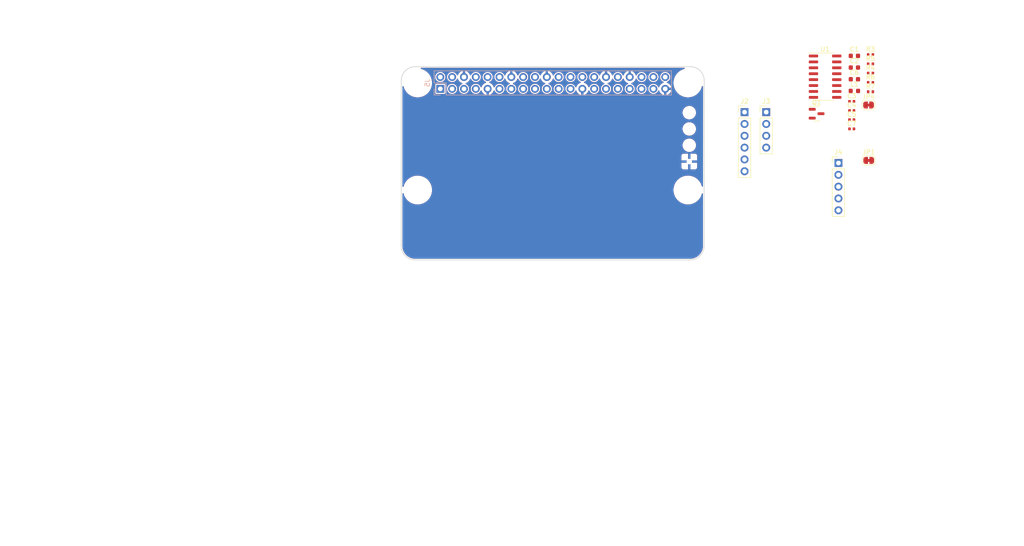
<source format=kicad_pcb>
(kicad_pcb (version 20221018) (generator pcbnew)
  (title_block (title "Raspberry Pi Zero Instrumentation HAT") (date "2023-12-06") (rev "1.1.2") (comment 1 "@supervisor Justin Pead") (comment 2 "@author Montso Mokake"))
  (layers (0 "F.Cu" signal) (31 "B.Cu" signal) (34 "B.Paste" user) (35 "F.Paste" user) (36 "B.SilkS" user "B.Silkscreen") (37 "F.SilkS" user "F.Silkscreen") (38 "B.Mask" user) (39 "F.Mask" user) (44 "Edge.Cuts" user))
  (net 0 "")
  (net 1 "+5V")
  (net 2 "GND")
  (net 3 "/GPIO5")
  (net 4 "/GPIO6")
  (net 5 "/GPIO26")
  (net 7 "Net-(JP1-B)")
  (net 8 "+3.3V")
  (net 9 "/EXC+")
  (net 10 "Net-(U1-INA+)")
  (net 11 "Net-(U1-INA-)")
  (net 12 "Net-(U1-VBG)")
  (net 13 "/GPIO2_SDA1")
  (net 14 "/GPIO3_SCL1")
  (net 15 "/GPIO4_GPIO_4")
  (net 16 "/GPIO14_TXD0")
  (net 17 "/GPIO15_RXD0")
  (net 18 "/GPIO17_GEN0")
  (net 19 "/GPIO18_GEN1")
  (net 20 "/GPIO27_GEN2")
  (net 21 "/GPIO22_GEN3")
  (net 22 "/GPIO23_GEN4")
  (net 23 "/GPIO24_GEN5")
  (net 24 "/GPIO10_SPI_MOSI")
  (net 25 "/GPIO9_SPI_MISO")
  (net 26 "/GPIO25_GEN6")
  (net 27 "/GPIO11_SPI_SCLK")
  (net 28 "/GPIO8_SPI_CE0_N")
  (net 29 "/GPIO7_SPI_CE1_N")
  (net 30 "/ID_SD")
  (net 31 "/ID_SC")
  (net 32 "/GPIO12")
  (net 33 "/GPIO13")
  (net 34 "/GPIO19_SPI_MISO")
  (net 35 "/GPIO20_SPI_MOSI")
  (net 36 "/GPIO21_SPI_SCLK")
  (net 37 "/GPIO16")
  (net 38 "/INA+")
  (net 39 "Net-(JP4-B)")
  (net 40 "/INA-")
  (net 41 "Net-(Q1-B)")
  (net 42 "Net-(Q1-E)")
  (net 43 "Net-(U1-VFB)")
  (net 44 "/INB+")
  (net 45 "/INB-")
  (footprint "lib:MountingHole_2.7mm_M2.5_uHAT_RPi" (layer "F.Cu") (at 121.032 94.568)
    (fp_text reference "H1" hide)
    (fp_text value "MountingHole" hide)
    (pad "" np_thru_hole circle locked (at 0 0) (size 2.7 2.7) (drill 2.7) (layers "*.Cu" "*.Mask") (clearance 1.75))
  )
  (footprint "lib:MountingHole_2.7mm_M2.5_uHAT_RPi" (layer "F.Cu") (at 179.032 94.568)
    (fp_text reference "H2" hide)
    (fp_text value "MountingHole" hide)
    (pad "" np_thru_hole circle locked (at 0 0) (size 2.7 2.7) (drill 2.7) (layers "*.Cu" "*.Mask") (clearance 1.75))
  )
  (footprint "lib:MountingHole_2.7mm_M2.5_uHAT_RPi" (layer "F.Cu") (at 179.032 117.568)
    (fp_text reference "H3" hide)
    (fp_text value "MountingHole" hide)
    (pad "" np_thru_hole circle locked (at 0 0) (size 2.7 2.7) (drill 2.7) (layers "*.Cu" "*.Mask") (clearance 1.75))
  )
  (footprint "lib:MountingHole_2.7mm_M2.5_uHAT_RPi" (layer "F.Cu") (at 121.032 117.568)
    (fp_text reference "H4" hide)
    (fp_text value "MountingHole" hide)
    (pad "" np_thru_hole circle locked (at 0 0) (size 2.7 2.7) (drill 2.7) (layers "*.Cu" "*.Mask") (clearance 1.75))
  )
  (footprint "Capacitor_SMD:C_0402_1005Metric" (layer "F.Cu") (at 214.18 104.434)
    (fp_text reference "C7" (at 0 -1.16) (layer "F.SilkS"))
    (fp_text value "100n")
    (fp_line (start -0.107836 -0.36) (end 0.107836 -0.36) (stroke (width 0.12)) (layer "F.SilkS"))
    (fp_line (start -0.107836 0.36) (end 0.107836 0.36) (stroke (width 0.12)) (layer "F.SilkS"))
    (pad "1" smd roundrect (at -0.48 0) (size 0.56 0.62) (layers "F.Cu" "F.Paste" "F.Mask") (net 1 "+5V"))
    (pad "2" smd roundrect (at 0.48 0) (size 0.56 0.62) (layers "F.Cu" "F.Paste" "F.Mask") (net 2 "GND"))
  )
  (footprint "Capacitor_SMD:C_0402_1005Metric" (layer "F.Cu") (at 214.18 98.524)
    (fp_text reference "C3" (at 0 -1.16) (layer "F.SilkS"))
    (fp_text value "100n")
    (fp_line (start -0.107836 -0.36) (end 0.107836 -0.36) (stroke (width 0.12)) (layer "F.SilkS"))
    (fp_line (start -0.107836 0.36) (end 0.107836 0.36) (stroke (width 0.12)) (layer "F.SilkS"))
    (pad "1" smd roundrect (at -0.48 0) (size 0.56 0.62) (layers "F.Cu" "F.Paste" "F.Mask") (net 10 "Net-(U1-INA+)"))
    (pad "2" smd roundrect (at 0.48 0) (size 0.56 0.62) (layers "F.Cu" "F.Paste" "F.Mask") (net 11 "Net-(U1-INA-)"))
  )
  (footprint "Connector_PinHeader_2.54mm:PinHeader_1x04_P2.54mm_Vertical" (layer "F.Cu") (at 195.834 100.838)
    (fp_text reference "J3" (at 0 -2.33) (layer "F.SilkS"))
    (fp_text value "Conn_01x04_Socket")
    (fp_line (start -1.33 -1.33) (end 0 -1.33) (stroke (width 0.12)) (layer "F.SilkS"))
    (fp_line (start -1.33 0) (end -1.33 -1.33) (stroke (width 0.12)) (layer "F.SilkS"))
    (fp_line (start -1.33 1.27) (end -1.33 8.95) (stroke (width 0.12)) (layer "F.SilkS"))
    (fp_line (start -1.33 1.27) (end 1.33 1.27) (stroke (width 0.12)) (layer "F.SilkS"))
    (fp_line (start -1.33 8.95) (end 1.33 8.95) (stroke (width 0.12)) (layer "F.SilkS"))
    (fp_line (start 1.33 1.27) (end 1.33 8.95) (stroke (width 0.12)) (layer "F.SilkS"))
    (pad "1" thru_hole rect (at 0 0) (size 1.7 1.7) (drill 1) (layers "*.Cu" "*.Mask") (net 1 "+5V"))
    (pad "2" thru_hole oval (at 0 2.54) (size 1.7 1.7) (drill 1) (layers "*.Cu" "*.Mask") (net 2 "GND"))
    (pad "3" thru_hole oval (at 0 5.08) (size 1.7 1.7) (drill 1) (layers "*.Cu" "*.Mask") (net 3 "/GPIO5"))
    (pad "4" thru_hole oval (at 0 7.62) (size 1.7 1.7) (drill 1) (layers "*.Cu" "*.Mask") (net 4 "/GPIO6"))
  )
  (footprint "Jumper:SolderJumper-2_P1.3mm_Bridged_RoundedPad1.0x1.5mm" (layer "F.Cu") (at 217.79 99.314)
    (fp_text reference "JP4" (at 0 -1.8) (layer "F.SilkS"))
    (fp_text value "RATE")
    (fp_poly (pts (xy 0.25 -0.3) (xy -0.25 -0.3) (xy -0.25 0.3) (xy 0.25 0.3)) (fill solid) (layer "F.Cu"))
    (fp_line (start -1.4 0.3) (end -1.4 -0.3) (stroke (width 0.12)) (layer "F.SilkS"))
    (fp_line (start -0.7 -1) (end 0.7 -1) (stroke (width 0.12)) (layer "F.SilkS"))
    (fp_line (start 0.7 1) (end -0.7 1) (stroke (width 0.12)) (layer "F.SilkS"))
    (fp_line (start 1.4 -0.3) (end 1.4 0.3) (stroke (width 0.12)) (layer "F.SilkS"))
    (fp_arc (start -1.4 -0.3) (mid -1.194975 -0.794975) (end -0.7 -1) (stroke (width 0.12)) (layer "F.SilkS"))
    (fp_arc (start -0.7 1) (mid -1.194975 0.794975) (end -1.4 0.3) (stroke (width 0.12)) (layer "F.SilkS"))
    (fp_arc (start 0.7 -1) (mid 1.194975 -0.794975) (end 1.4 -0.3) (stroke (width 0.12)) (layer "F.SilkS"))
    (fp_arc (start 1.4 0.3) (mid 1.194975 0.794975) (end 0.7 1) (stroke (width 0.12)) (layer "F.SilkS"))
    (pad "1" smd custom (at -0.65 0) (size 1 0.5) (layers "F.Cu" "F.Mask") (net 2 "GND") (options (clearance outline) (anchor rect)) (primitives (gr_circle (center 0 0.25) (end 0.5 0.25) (width 0) (fill yes)) (gr_circle (center 0 -0.25) (end 0.5 -0.25) (width 0) (fill yes)) (gr_poly (pts (xy 0.5 0.75) (xy 0 0.75) (xy 0 -0.75) (xy 0.5 -0.75)) (width 0) (fill yes))))
    (pad "2" smd custom (at 0.65 0) (size 1 0.5) (layers "F.Cu" "F.Mask") (net 39 "Net-(JP4-B)") (options (clearance outline) (anchor rect)) (primitives (gr_circle (center 0 0.25) (end 0.5 0.25) (width 0) (fill yes)) (gr_circle (center 0 -0.25) (end 0.5 -0.25) (width 0) (fill yes)) (gr_poly (pts (xy 0 0.75) (xy -0.5 0.75) (xy -0.5 -0.75) (xy 0 -0.75)) (width 0) (fill yes))))
  )
  (footprint "Inductor_SMD:L_0603_1608Metric" (layer "F.Cu") (at 214.75 96.284)
    (fp_text reference "L1" (at 0 -1.43) (layer "F.SilkS"))
    (fp_text value "3.3uH")
    (fp_line (start -0.162779 -0.51) (end 0.162779 -0.51) (stroke (width 0.12)) (layer "F.SilkS"))
    (fp_line (start -0.162779 0.51) (end 0.162779 0.51) (stroke (width 0.12)) (layer "F.SilkS"))
    (pad "1" smd roundrect (at -0.7875 0) (size 0.875 0.95) (layers "F.Cu" "F.Paste" "F.Mask") (net 9 "/EXC+"))
    (pad "2" smd roundrect (at 0.7875 0) (size 0.875 0.95) (layers "F.Cu" "F.Paste" "F.Mask") (net 42 "Net-(Q1-E)"))
  )
  (footprint "Resistor_SMD:R_0402_1005Metric" (layer "F.Cu") (at 218.21 92.474)
    (fp_text reference "R4" (at 0 -1.17) (layer "F.SilkS"))
    (fp_text value "100R")
    (fp_line (start -0.153641 -0.38) (end 0.153641 -0.38) (stroke (width 0.12)) (layer "F.SilkS"))
    (fp_line (start -0.153641 0.38) (end 0.153641 0.38) (stroke (width 0.12)) (layer "F.SilkS"))
    (pad "1" smd roundrect (at -0.51 0) (size 0.54 0.64) (layers "F.Cu" "F.Paste" "F.Mask") (net 40 "/INA-"))
    (pad "2" smd roundrect (at 0.51 0) (size 0.54 0.64) (layers "F.Cu" "F.Paste" "F.Mask") (net 11 "Net-(U1-INA-)"))
  )
  (footprint "Resistor_SMD:R_0402_1005Metric" (layer "F.Cu") (at 218.21 94.464)
    (fp_text reference "R6" (at 0 -1.17) (layer "F.SilkS"))
    (fp_text value "27k")
    (fp_line (start -0.153641 -0.38) (end 0.153641 -0.38) (stroke (width 0.12)) (layer "F.SilkS"))
    (fp_line (start -0.153641 0.38) (end 0.153641 0.38) (stroke (width 0.12)) (layer "F.SilkS"))
    (pad "1" smd roundrect (at -0.51 0) (size 0.54 0.64) (layers "F.Cu" "F.Paste" "F.Mask") (net 42 "Net-(Q1-E)"))
    (pad "2" smd roundrect (at 0.51 0) (size 0.54 0.64) (layers "F.Cu" "F.Paste" "F.Mask") (net 43 "Net-(U1-VFB)"))
  )
  (footprint "Capacitor_SMD:C_0603_1608Metric" (layer "F.Cu") (at 214.75 93.774)
    (fp_text reference "C6" (at 0 -1.43) (layer "F.SilkS"))
    (fp_text value "10u")
    (fp_line (start -0.14058 -0.51) (end 0.14058 -0.51) (stroke (width 0.12)) (layer "F.SilkS"))
    (fp_line (start -0.14058 0.51) (end 0.14058 0.51) (stroke (width 0.12)) (layer "F.SilkS"))
    (pad "1" smd roundrect (at -0.775 0) (size 0.9 0.95) (layers "F.Cu" "F.Paste" "F.Mask") (net 1 "+5V"))
    (pad "2" smd roundrect (at 0.775 0) (size 0.9 0.95) (layers "F.Cu" "F.Paste" "F.Mask") (net 2 "GND"))
  )
  (footprint "Package_TO_SOT_SMD:SOT-23" (layer "F.Cu") (at 206.64 101.174)
    (fp_text reference "Q1" (at 0 -2.4) (layer "F.SilkS"))
    (fp_text value "S8550")
    (fp_line (start 0 -1.56) (end -1.675 -1.56) (stroke (width 0.12)) (layer "F.SilkS"))
    (fp_line (start 0 -1.56) (end 0.65 -1.56) (stroke (width 0.12)) (layer "F.SilkS"))
    (fp_line (start 0 1.56) (end -0.65 1.56) (stroke (width 0.12)) (layer "F.SilkS"))
    (fp_line (start 0 1.56) (end 0.65 1.56) (stroke (width 0.12)) (layer "F.SilkS"))
    (pad "1" smd roundrect (at -0.9375 -0.95) (size 1.475 0.6) (layers "F.Cu" "F.Paste" "F.Mask") (net 41 "Net-(Q1-B)"))
    (pad "2" smd roundrect (at -0.9375 0.95) (size 1.475 0.6) (layers "F.Cu" "F.Paste" "F.Mask") (net 42 "Net-(Q1-E)"))
    (pad "3" smd roundrect (at 0.9375 0) (size 1.475 0.6) (layers "F.Cu" "F.Paste" "F.Mask") (net 1 "+5V"))
  )
  (footprint "Resistor_SMD:R_0402_1005Metric" (layer "F.Cu") (at 218.21 96.454)
    (fp_text reference "R7" (at 0 -1.17) (layer "F.SilkS"))
    (fp_text value "10k")
    (fp_line (start -0.153641 -0.38) (end 0.153641 -0.38) (stroke (width 0.12)) (layer "F.SilkS"))
    (fp_line (start -0.153641 0.38) (end 0.153641 0.38) (stroke (width 0.12)) (layer "F.SilkS"))
    (pad "1" smd roundrect (at -0.51 0) (size 0.54 0.64) (layers "F.Cu" "F.Paste" "F.Mask") (net 7 "Net-(JP1-B)"))
    (pad "2" smd roundrect (at 0.51 0) (size 0.54 0.64) (layers "F.Cu" "F.Paste" "F.Mask") (net 1 "+5V"))
  )
  (footprint "Capacitor_SMD:C_0603_1608Metric" (layer "F.Cu") (at 214.75 91.264)
    (fp_text reference "C2" (at 0 -1.43) (layer "F.SilkS"))
    (fp_text value "10u")
    (fp_line (start -0.14058 -0.51) (end 0.14058 -0.51) (stroke (width 0.12)) (layer "F.SilkS"))
    (fp_line (start -0.14058 0.51) (end 0.14058 0.51) (stroke (width 0.12)) (layer "F.SilkS"))
    (pad "1" smd roundrect (at -0.775 0) (size 0.9 0.95) (layers "F.Cu" "F.Paste" "F.Mask") (net 9 "/EXC+"))
    (pad "2" smd roundrect (at 0.775 0) (size 0.9 0.95) (layers "F.Cu" "F.Paste" "F.Mask") (net 2 "GND"))
  )
  (footprint "Jumper:SolderJumper-2_P1.3mm_Bridged_RoundedPad1.0x1.5mm" (layer "F.Cu") (at 217.828 111.21)
    (fp_text reference "JP1" (at 0 -1.8) (layer "F.SilkS"))
    (fp_text value "RATE")
    (fp_poly (pts (xy 0.25 -0.3) (xy -0.25 -0.3) (xy -0.25 0.3) (xy 0.25 0.3)) (fill solid) (layer "F.Cu"))
    (fp_line (start -1.4 0.3) (end -1.4 -0.3) (stroke (width 0.12)) (layer "F.SilkS"))
    (fp_line (start -0.7 -1) (end 0.7 -1) (stroke (width 0.12)) (layer "F.SilkS"))
    (fp_line (start 0.7 1) (end -0.7 1) (stroke (width 0.12)) (layer "F.SilkS"))
    (fp_line (start 1.4 -0.3) (end 1.4 0.3) (stroke (width 0.12)) (layer "F.SilkS"))
    (fp_arc (start -1.4 -0.3) (mid -1.194975 -0.794975) (end -0.7 -1) (stroke (width 0.12)) (layer "F.SilkS"))
    (fp_arc (start -0.7 1) (mid -1.194975 0.794975) (end -1.4 0.3) (stroke (width 0.12)) (layer "F.SilkS"))
    (fp_arc (start 0.7 -1) (mid 1.194975 -0.794975) (end 1.4 -0.3) (stroke (width 0.12)) (layer "F.SilkS"))
    (fp_arc (start 1.4 0.3) (mid 1.194975 0.794975) (end 0.7 1) (stroke (width 0.12)) (layer "F.SilkS"))
    (pad "1" smd custom (at -0.65 0) (size 1 0.5) (layers "F.Cu" "F.Mask") (net 2 "GND") (options (clearance outline) (anchor rect)) (primitives (gr_circle (center 0 0.25) (end 0.5 0.25) (width 0) (fill yes)) (gr_circle (center 0 -0.25) (end 0.5 -0.25) (width 0) (fill yes)) (gr_poly (pts (xy 0.5 0.75) (xy 0 0.75) (xy 0 -0.75) (xy 0.5 -0.75)) (width 0) (fill yes))))
    (pad "2" smd custom (at 0.65 0) (size 1 0.5) (layers "F.Cu" "F.Mask") (net 7 "Net-(JP1-B)") (options (clearance outline) (anchor rect)) (primitives (gr_circle (center 0 0.25) (end 0.5 0.25) (width 0) (fill yes)) (gr_circle (center 0 -0.25) (end 0.5 -0.25) (width 0) (fill yes)) (gr_poly (pts (xy 0 0.75) (xy -0.5 0.75) (xy -0.5 -0.75) (xy 0 -0.75)) (width 0) (fill yes))))
  )
  (footprint "Capacitor_SMD:C_0603_1608Metric" (layer "F.Cu") (at 214.75 88.754)
    (fp_text reference "C1" (at 0 -1.43) (layer "F.SilkS"))
    (fp_text value "100n")
    (fp_line (start -0.14058 -0.51) (end 0.14058 -0.51) (stroke (width 0.12)) (layer "F.SilkS"))
    (fp_line (start -0.14058 0.51) (end 0.14058 0.51) (stroke (width 0.12)) (layer "F.SilkS"))
    (pad "1" smd roundrect (at -0.775 0) (size 0.9 0.95) (layers "F.Cu" "F.Paste" "F.Mask") (net 9 "/EXC+"))
    (pad "2" smd roundrect (at 0.775 0) (size 0.9 0.95) (layers "F.Cu" "F.Paste" "F.Mask") (net 2 "GND"))
  )
  (footprint "Resistor_SMD:R_0402_1005Metric" (layer "F.Cu") (at 218.21 88.494)
    (fp_text reference "R3" (at 0 -1.17) (layer "F.SilkS"))
    (fp_text value "100R")
    (fp_line (start -0.153641 -0.38) (end 0.153641 -0.38) (stroke (width 0.12)) (layer "F.SilkS"))
    (fp_line (start -0.153641 0.38) (end 0.153641 0.38) (stroke (width 0.12)) (layer "F.SilkS"))
    (pad "1" smd roundrect (at -0.51 0) (size 0.54 0.64) (layers "F.Cu" "F.Paste" "F.Mask") (net 38 "/INA+"))
    (pad "2" smd roundrect (at 0.51 0) (size 0.54 0.64) (layers "F.Cu" "F.Paste" "F.Mask") (net 10 "Net-(U1-INA+)"))
  )
  (footprint "Capacitor_SMD:C_0402_1005Metric" (layer "F.Cu") (at 214.18 102.464)
    (fp_text reference "C5" (at 0 -1.16) (layer "F.SilkS"))
    (fp_text value "100n")
    (fp_line (start -0.107836 -0.36) (end 0.107836 -0.36) (stroke (width 0.12)) (layer "F.SilkS"))
    (fp_line (start -0.107836 0.36) (end 0.107836 0.36) (stroke (width 0.12)) (layer "F.SilkS"))
    (pad "1" smd roundrect (at -0.48 0) (size 0.56 0.62) (layers "F.Cu" "F.Paste" "F.Mask") (net 8 "+3.3V"))
    (pad "2" smd roundrect (at 0.48 0) (size 0.56 0.62) (layers "F.Cu" "F.Paste" "F.Mask") (net 2 "GND"))
  )
  (footprint "Package_SO:SOP-16_3.9x9.9mm_P1.27mm" (layer "F.Cu") (at 208.47 93.224)
    (fp_text reference "U1" (at 0 -5.9) (layer "F.SilkS"))
    (fp_text value "HX711")
    (fp_line (start 0 -5.06) (end -3.5 -5.06) (stroke (width 0.12)) (layer "F.SilkS"))
    (fp_line (start 0 -5.06) (end 1.95 -5.06) (stroke (width 0.12)) (layer "F.SilkS"))
    (fp_line (start 0 5.06) (end -1.95 5.06) (stroke (width 0.12)) (layer "F.SilkS"))
    (fp_line (start 0 5.06) (end 1.95 5.06) (stroke (width 0.12)) (layer "F.SilkS"))
    (pad "1" smd roundrect (at -2.5 -4.445) (size 2 0.6) (layers "F.Cu" "F.Paste" "F.Mask") (net 1 "+5V"))
    (pad "2" smd roundrect (at -2.5 -3.175) (size 2 0.6) (layers "F.Cu" "F.Paste" "F.Mask") (net 41 "Net-(Q1-B)"))
    (pad "3" smd roundrect (at -2.5 -1.905) (size 2 0.6) (layers "F.Cu" "F.Paste" "F.Mask") (net 42 "Net-(Q1-E)"))
    (pad "4" smd roundrect (at -2.5 -0.635) (size 2 0.6) (layers "F.Cu" "F.Paste" "F.Mask") (net 43 "Net-(U1-VFB)"))
    (pad "5" smd roundrect (at -2.5 0.635) (size 2 0.6) (layers "F.Cu" "F.Paste" "F.Mask") (net 2 "GND"))
    (pad "6" smd roundrect (at -2.5 1.905) (size 2 0.6) (layers "F.Cu" "F.Paste" "F.Mask") (net 12 "Net-(U1-VBG)"))
    (pad "7" smd roundrect (at -2.5 3.175) (size 2 0.6) (layers "F.Cu" "F.Paste" "F.Mask") (net 11 "Net-(U1-INA-)"))
    (pad "8" smd roundrect (at -2.5 4.445) (size 2 0.6) (layers "F.Cu" "F.Paste" "F.Mask") (net 10 "Net-(U1-INA+)"))
    (pad "9" smd roundrect (at 2.5 4.445) (size 2 0.6) (layers "F.Cu" "F.Paste" "F.Mask") (net 44 "/INB+"))
    (pad "10" smd roundrect (at 2.5 3.175) (size 2 0.6) (layers "F.Cu" "F.Paste" "F.Mask") (net 45 "/INB-"))
    (pad "11" smd roundrect (at 2.5 1.905) (size 2 0.6) (layers "F.Cu" "F.Paste" "F.Mask") (net 4 "/GPIO6"))
    (pad "12" smd roundrect (at 2.5 0.635) (size 2 0.6) (layers "F.Cu" "F.Paste" "F.Mask") (net 3 "/GPIO5"))
    (pad "13" smd roundrect (at 2.5 -0.635) (size 2 0.6) (layers "F.Cu" "F.Paste" "F.Mask"))
    (pad "14" smd roundrect (at 2.5 -1.905) (size 2 0.6) (layers "F.Cu" "F.Paste" "F.Mask") (net 2 "GND"))
    (pad "15" smd roundrect (at 2.5 -3.175) (size 2 0.6) (layers "F.Cu" "F.Paste" "F.Mask") (net 7 "Net-(JP1-B)"))
    (pad "16" smd roundrect (at 2.5 -4.445) (size 2 0.6) (layers "F.Cu" "F.Paste" "F.Mask") (net 8 "+3.3V"))
  )
  (footprint "Connector_PinHeader_2.54mm:PinHeader_1x06_P2.54mm_Vertical" (layer "F.Cu") (at 191.184 100.838)
    (fp_text reference "J2" (at 0 -2.33) (layer "F.SilkS"))
    (fp_text value "Conn_01x06_Socket")
    (fp_line (start -1.33 -1.33) (end 0 -1.33) (stroke (width 0.12)) (layer "F.SilkS"))
    (fp_line (start -1.33 0) (end -1.33 -1.33) (stroke (width 0.12)) (layer "F.SilkS"))
    (fp_line (start -1.33 1.27) (end -1.33 14.03) (stroke (width 0.12)) (layer "F.SilkS"))
    (fp_line (start -1.33 1.27) (end 1.33 1.27) (stroke (width 0.12)) (layer "F.SilkS"))
    (fp_line (start -1.33 14.03) (end 1.33 14.03) (stroke (width 0.12)) (layer "F.SilkS"))
    (fp_line (start 1.33 1.27) (end 1.33 14.03) (stroke (width 0.12)) (layer "F.SilkS"))
    (pad "1" thru_hole rect (at 0 0) (size 1.7 1.7) (drill 1) (layers "*.Cu" "*.Mask") (net 9 "/EXC+"))
    (pad "2" thru_hole oval (at 0 2.54) (size 1.7 1.7) (drill 1) (layers "*.Cu" "*.Mask") (net 2 "GND"))
    (pad "3" thru_hole oval (at 0 5.08) (size 1.7 1.7) (drill 1) (layers "*.Cu" "*.Mask") (net 40 "/INA-"))
    (pad "4" thru_hole oval (at 0 7.62) (size 1.7 1.7) (drill 1) (layers "*.Cu" "*.Mask") (net 38 "/INA+"))
    (pad "5" thru_hole oval (at 0 10.16) (size 1.7 1.7) (drill 1) (layers "*.Cu" "*.Mask") (net 45 "/INB-"))
    (pad "6" thru_hole oval (at 0 12.7) (size 1.7 1.7) (drill 1) (layers "*.Cu" "*.Mask") (net 44 "/INB+"))
  )
  (footprint "Resistor_SMD:R_0402_1005Metric" (layer "F.Cu") (at 218.21 90.484)
    (fp_text reference "R5" (at 0 -1.17) (layer "F.SilkS"))
    (fp_text value "12k")
    (fp_line (start -0.153641 -0.38) (end 0.153641 -0.38) (stroke (width 0.12)) (layer "F.SilkS"))
    (fp_line (start -0.153641 0.38) (end 0.153641 0.38) (stroke (width 0.12)) (layer "F.SilkS"))
    (pad "1" smd roundrect (at -0.51 0) (size 0.54 0.64) (layers "F.Cu" "F.Paste" "F.Mask") (net 2 "GND"))
    (pad "2" smd roundrect (at 0.51 0) (size 0.54 0.64) (layers "F.Cu" "F.Paste" "F.Mask") (net 43 "Net-(U1-VFB)"))
  )
  (footprint "Connector_PinHeader_2.54mm:PinHeader_1x05_P2.54mm_Vertical" (layer "F.Cu") (at 211.328 111.76)
    (fp_text reference "J4" (at 0 -2.33) (layer "F.SilkS"))
    (fp_text value "Conn_01x05_Pin")
    (fp_line (start -1.33 -1.33) (end 0 -1.33) (stroke (width 0.12)) (layer "F.SilkS"))
    (fp_line (start -1.33 0) (end -1.33 -1.33) (stroke (width 0.12)) (layer "F.SilkS"))
    (fp_line (start -1.33 1.27) (end -1.33 11.49) (stroke (width 0.12)) (layer "F.SilkS"))
    (fp_line (start -1.33 1.27) (end 1.33 1.27) (stroke (width 0.12)) (layer "F.SilkS"))
    (fp_line (start -1.33 11.49) (end 1.33 11.49) (stroke (width 0.12)) (layer "F.SilkS"))
    (fp_line (start 1.33 1.27) (end 1.33 11.49) (stroke (width 0.12)) (layer "F.SilkS"))
    (pad "1" thru_hole rect (at 0 0) (size 1.7 1.7) (drill 1) (layers "*.Cu" "*.Mask") (net 8 "+3.3V"))
    (pad "2" thru_hole oval (at 0 2.54) (size 1.7 1.7) (drill 1) (layers "*.Cu" "*.Mask") (net 13 "/GPIO2_SDA1"))
    (pad "3" thru_hole oval (at 0 5.08) (size 1.7 1.7) (drill 1) (layers "*.Cu" "*.Mask") (net 14 "/GPIO3_SCL1"))
    (pad "4" thru_hole oval (at 0 7.62) (size 1.7 1.7) (drill 1) (layers "*.Cu" "*.Mask"))
    (pad "5" thru_hole oval (at 0 10.16) (size 1.7 1.7) (drill 1) (layers "*.Cu" "*.Mask") (net 2 "GND"))
  )
  (footprint "Capacitor_SMD:C_0402_1005Metric" (layer "F.Cu") (at 214.18 100.494)
    (fp_text reference "C4" (at 0 -1.16) (layer "F.SilkS"))
    (fp_text value "100n")
    (fp_line (start -0.107836 -0.36) (end 0.107836 -0.36) (stroke (width 0.12)) (layer "F.SilkS"))
    (fp_line (start -0.107836 0.36) (end 0.107836 0.36) (stroke (width 0.12)) (layer "F.SilkS"))
    (pad "1" smd roundrect (at -0.48 0) (size 0.56 0.62) (layers "F.Cu" "F.Paste" "F.Mask") (net 12 "Net-(U1-VBG)"))
    (pad "2" smd roundrect (at 0.48 0) (size 0.56 0.62) (layers "F.Cu" "F.Paste" "F.Mask") (net 2 "GND"))
  )
  (footprint "lib:PinSocket_2x20_P2.54mm_Vertical_Centered_Anchor" (layer "B.Cu") (at 150.032 94.568 -90)
    (fp_text reference "J5" (at 0 26.9 90) (layer "B.SilkS") (effects (justify mirror)))
    (fp_text value "GPIO_CONNECTOR")
    (fp_line (start -2.6 -25.46) (end 2.6 -25.46) (stroke (width 0.12)) (layer "B.SilkS"))
    (fp_line (start -2.6 25.46) (end -2.6 -25.46) (stroke (width 0.12)) (layer "B.SilkS"))
    (fp_line (start -2.6 25.46) (end 0 25.46) (stroke (width 0.12)) (layer "B.SilkS"))
    (fp_line (start 0 22.86) (end 2.6 22.86) (stroke (width 0.12)) (layer "B.SilkS"))
    (fp_line (start 0 25.46) (end 0 22.86) (stroke (width 0.12)) (layer "B.SilkS"))
    (fp_line (start 1.27 25.46) (end 2.6 25.46) (stroke (width 0.12)) (layer "B.SilkS"))
    (fp_line (start 2.6 22.86) (end 2.6 -25.46) (stroke (width 0.12)) (layer "B.SilkS"))
    (fp_line (start 2.6 25.46) (end 2.6 24.13) (stroke (width 0.12)) (layer "B.SilkS"))
    (pad "1" thru_hole rect locked (at 1.27 24.13 270) (size 1.7 1.7) (drill 1) (layers "*.Cu" "*.Mask") (net 8 "+3.3V"))
    (pad "2" thru_hole oval locked (at -1.27 24.13 270) (size 1.7 1.7) (drill 1) (layers "*.Cu" "*.Mask") (net 1 "+5V"))
    (pad "3" thru_hole oval locked (at 1.27 21.59 270) (size 1.7 1.7) (drill 1) (layers "*.Cu" "*.Mask") (net 13 "/GPIO2_SDA1"))
    (pad "4" thru_hole oval locked (at -1.27 21.59 270) (size 1.7 1.7) (drill 1) (layers "*.Cu" "*.Mask") (net 1 "+5V"))
    (pad "5" thru_hole oval locked (at 1.27 19.05 270) (size 1.7 1.7) (drill 1) (layers "*.Cu" "*.Mask") (net 14 "/GPIO3_SCL1"))
    (pad "6" thru_hole oval locked (at -1.27 19.05 270) (size 1.7 1.7) (drill 1) (layers "*.Cu" "*.Mask") (net 2 "GND"))
    (pad "7" thru_hole oval locked (at 1.27 16.51 270) (size 1.7 1.7) (drill 1) (layers "*.Cu" "*.Mask") (net 15 "/GPIO4_GPIO_4"))
    (pad "8" thru_hole oval locked (at -1.27 16.51 270) (size 1.7 1.7) (drill 1) (layers "*.Cu" "*.Mask") (net 16 "/GPIO14_TXD0"))
    (pad "9" thru_hole oval locked (at 1.27 13.97 270) (size 1.7 1.7) (drill 1) (layers "*.Cu" "*.Mask") (net 2 "GND"))
    (pad "10" thru_hole oval locked (at -1.27 13.97 270) (size 1.7 1.7) (drill 1) (layers "*.Cu" "*.Mask") (net 17 "/GPIO15_RXD0"))
    (pad "11" thru_hole oval locked (at 1.27 11.43 270) (size 1.7 1.7) (drill 1) (layers "*.Cu" "*.Mask") (net 18 "/GPIO17_GEN0"))
    (pad "12" thru_hole oval locked (at -1.27 11.43 270) (size 1.7 1.7) (drill 1) (layers "*.Cu" "*.Mask") (net 19 "/GPIO18_GEN1"))
    (pad "13" thru_hole oval locked (at 1.27 8.89 270) (size 1.7 1.7) (drill 1) (layers "*.Cu" "*.Mask") (net 20 "/GPIO27_GEN2"))
    (pad "14" thru_hole oval locked (at -1.27 8.89 270) (size 1.7 1.7) (drill 1) (layers "*.Cu" "*.Mask") (net 2 "GND"))
    (pad "15" thru_hole oval locked (at 1.27 6.35 270) (size 1.7 1.7) (drill 1) (layers "*.Cu" "*.Mask") (net 21 "/GPIO22_GEN3"))
    (pad "16" thru_hole oval locked (at -1.27 6.35 270) (size 1.7 1.7) (drill 1) (layers "*.Cu" "*.Mask") (net 22 "/GPIO23_GEN4"))
    (pad "17" thru_hole oval locked (at 1.27 3.81 270) (size 1.7 1.7) (drill 1) (layers "*.Cu" "*.Mask") (net 8 "+3.3V"))
    (pad "18" thru_hole oval locked (at -1.27 3.81 270) (size 1.7 1.7) (drill 1) (layers "*.Cu" "*.Mask") (net 23 "/GPIO24_GEN5"))
    (pad "19" thru_hole oval locked (at 1.27 1.27 270) (size 1.7 1.7) (drill 1) (layers "*.Cu" "*.Mask") (net 24 "/GPIO10_SPI_MOSI"))
    (pad "20" thru_hole oval locked (at -1.27 1.27 270) (size 1.7 1.7) (drill 1) (layers "*.Cu" "*.Mask") (net 2 "GND"))
    (pad "21" thru_hole oval locked (at 1.27 -1.27 270) (size 1.7 1.7) (drill 1) (layers "*.Cu" "*.Mask") (net 25 "/GPIO9_SPI_MISO"))
    (pad "22" thru_hole oval locked (at -1.27 -1.27 270) (size 1.7 1.7) (drill 1) (layers "*.Cu" "*.Mask") (net 26 "/GPIO25_GEN6"))
    (pad "23" thru_hole oval locked (at 1.27 -3.81 270) (size 1.7 1.7) (drill 1) (layers "*.Cu" "*.Mask") (net 27 "/GPIO11_SPI_SCLK"))
    (pad "24" thru_hole oval locked (at -1.27 -3.81 270) (size 1.7 1.7) (drill 1) (layers "*.Cu" "*.Mask") (net 28 "/GPIO8_SPI_CE0_N"))
    (pad "25" thru_hole oval locked (at 1.27 -6.35 270) (size 1.7 1.7) (drill 1) (layers "*.Cu" "*.Mask") (net 2 "GND"))
    (pad "26" thru_hole oval locked (at -1.27 -6.35 270) (size 1.7 1.7) (drill 1) (layers "*.Cu" "*.Mask") (net 29 "/GPIO7_SPI_CE1_N"))
    (pad "27" thru_hole oval locked (at 1.27 -8.89 270) (size 1.7 1.7) (drill 1) (layers "*.Cu" "*.Mask") (net 30 "/ID_SD"))
    (pad "28" thru_hole oval locked (at -1.27 -8.89 270) (size 1.7 1.7) (drill 1) (layers "*.Cu" "*.Mask") (net 31 "/ID_SC"))
    (pad "29" thru_hole oval locked (at 1.27 -11.43 270) (size 1.7 1.7) (drill 1) (layers "*.Cu" "*.Mask") (net 3 "/GPIO5"))
    (pad "30" thru_hole oval locked (at -1.27 -11.43 270) (size 1.7 1.7) (drill 1) (layers "*.Cu" "*.Mask") (net 2 "GND"))
    (pad "31" thru_hole oval locked (at 1.27 -13.97 270) (size 1.7 1.7) (drill 1) (layers "*.Cu" "*.Mask") (net 4 "/GPIO6"))
    (pad "32" thru_hole oval locked (at -1.27 -13.97 270) (size 1.7 1.7) (drill 1) (layers "*.Cu" "*.Mask") (net 32 "/GPIO12"))
    (pad "33" thru_hole oval locked (at 1.27 -16.51 270) (size 1.7 1.7) (drill 1) (layers "*.Cu" "*.Mask") (net 33 "/GPIO13"))
    (pad "34" thru_hole oval locked (at -1.27 -16.51 270) (size 1.7 1.7) (drill 1) (layers "*.Cu" "*.Mask") (net 2 "GND"))
    (pad "35" thru_hole oval locked (at 1.27 -19.05 270) (size 1.7 1.7) (drill 1) (layers "*.Cu" "*.Mask") (net 34 "/GPIO19_SPI_MISO"))
    (pad "36" thru_hole oval locked (at -1.27 -19.05 270) (size 1.7 1.7) (drill 1) (layers "*.Cu" "*.Mask") (net 37 "/GPIO16"))
    (pad "37" thru_hole oval locked (at 1.27 -21.59 270) (size 1.7 1.7) (drill 1) (layers "*.Cu" "*.Mask") (net 5 "/GPIO26"))
    (pad "38" thru_hole oval locked (at -1.27 -21.59 270) (size 1.7 1.7) (drill 1) (layers "*.Cu" "*.Mask") (net 35 "/GPIO20_SPI_MOSI"))
    (pad "39" thru_hole oval locked (at 1.27 -24.13 270) (size 1.7 1.7) (drill 1) (layers "*.Cu" "*.Mask") (net 2 "GND"))
    (pad "40" thru_hole oval locked (at -1.27 -24.13 270) (size 1.7 1.7) (drill 1) (layers "*.Cu" "*.Mask") (net 36 "/GPIO21_SPI_SCLK"))
  )
  (gr_line (start 120.532 132.568) (end 179.51068 132.568) (stroke (width 0.15)) (layer "Edge.Cuts"))
  (gr_arc (start 179.532 91.068) (mid 181.65332 91.94668) (end 182.532 94.068) (stroke (width 0.15)) (layer "Edge.Cuts"))
  (gr_arc (start 182.51068 129.568) (mid 181.625787 131.683107) (end 179.51068 132.568) (stroke (width 0.15)) (layer "Edge.Cuts"))
  (gr_arc (start 120.532 132.568) (mid 118.41068 131.68932) (end 117.532 129.568) (stroke (width 0.15)) (layer "Edge.Cuts"))
  (gr_arc (start 117.532 94.068) (mid 118.41068 91.94668) (end 120.532 91.068) (stroke (width 0.15)) (layer "Edge.Cuts"))
  (gr_line (start 117.532 129.568) (end 117.532 94.068) (stroke (width 0.15)) (layer "Edge.Cuts"))
  (gr_line (start 182.532 94.068) (end 182.51068 129.568) (stroke (width 0.15)) (layer "Edge.Cuts"))
  (gr_line (start 179.532 91.068) (end 120.532 91.068) (stroke (width 0.15)) (layer "Edge.Cuts"))
  (zone (net 2) (net_name "GND") (layers "F&B.Cu") (connect_pads (clearance 0.25)) (min_thickness 0.25) (fill yes (thermal_gap 0.5) (thermal_bridge_width 0.5))
    (polygon (pts (xy 183.642 133.2484) (xy 115.9256 133.2484) (xy 115.9256 89.9668) (xy 116.0272 89.8652) (xy 183.5404 89.8652) (xy 186.1312 92.456) (xy 186.1312 130.7592)))
  )
)
</source>
